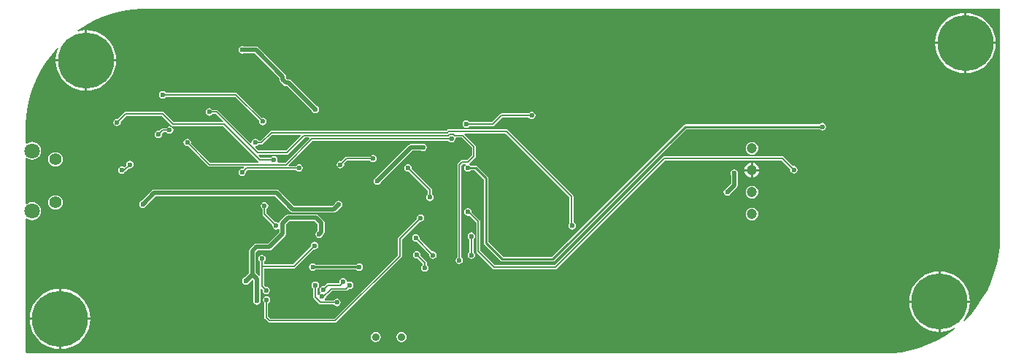
<source format=gbl>
G04*
G04 #@! TF.GenerationSoftware,Altium Limited,Altium Designer,18.1.9 (240)*
G04*
G04 Layer_Physical_Order=2*
G04 Layer_Color=16711680*
%FSLAX25Y25*%
%MOIN*%
G70*
G01*
G75*
%ADD12C,0.01181*%
%ADD14C,0.00787*%
%ADD17C,0.01000*%
%ADD66C,0.04724*%
%ADD103C,0.01968*%
%ADD104C,0.00600*%
%ADD105C,0.25591*%
%ADD106C,0.07087*%
%ADD107C,0.05543*%
%ADD108C,0.03543*%
%ADD109C,0.02362*%
G36*
X448819Y59055D02*
X448896Y56967D01*
X448723Y52791D01*
X448222Y48642D01*
X447398Y44545D01*
X446254Y40525D01*
X444799Y36607D01*
X443041Y32815D01*
X440990Y29173D01*
X438660Y25704D01*
X436066Y22427D01*
X433222Y19365D01*
X432470Y18673D01*
X432109Y19020D01*
X432455Y19425D01*
X433590Y21277D01*
X434420Y23283D01*
X434927Y25394D01*
X435058Y27059D01*
X421760D01*
Y13760D01*
X423425Y13892D01*
X425536Y14398D01*
X427542Y15229D01*
X428139Y15595D01*
X428425Y15184D01*
X426858Y13955D01*
X423378Y11641D01*
X419727Y9607D01*
X415928Y7865D01*
X412003Y6428D01*
X407978Y5302D01*
X403877Y4496D01*
X399726Y4014D01*
X397638Y3937D01*
X4412D01*
X3937Y4412D01*
Y65437D01*
X4437Y65683D01*
X4851Y65366D01*
X5834Y64958D01*
X6890Y64819D01*
X7945Y64958D01*
X8929Y65366D01*
X9774Y66014D01*
X10422Y66859D01*
X10829Y67842D01*
X10968Y68898D01*
X10829Y69953D01*
X10422Y70937D01*
X9774Y71781D01*
X8929Y72430D01*
X7945Y72837D01*
X6890Y72976D01*
X5834Y72837D01*
X4851Y72430D01*
X4437Y72112D01*
X3937Y72359D01*
Y92996D01*
X4437Y93242D01*
X4851Y92925D01*
X5834Y92518D01*
X6890Y92378D01*
X7945Y92518D01*
X8929Y92925D01*
X9774Y93573D01*
X10422Y94418D01*
X10829Y95401D01*
X10968Y96457D01*
X10829Y97512D01*
X10422Y98496D01*
X9774Y99340D01*
X8929Y99989D01*
X7945Y100396D01*
X6890Y100535D01*
X5834Y100396D01*
X4851Y99989D01*
X4437Y99671D01*
X3937Y99918D01*
Y106299D01*
Y108465D01*
X4277Y112783D01*
X4954Y117060D01*
X5965Y121272D01*
X7304Y125391D01*
X8961Y129393D01*
X10928Y133252D01*
X13191Y136945D01*
X15736Y140449D01*
X18427Y143599D01*
X18858Y143334D01*
X18335Y142071D01*
X17829Y139960D01*
X17697Y138295D01*
X30996D01*
Y151594D01*
X29331Y151463D01*
X27784Y151092D01*
X27571Y151554D01*
X28409Y152164D01*
X32103Y154427D01*
X35962Y156393D01*
X39963Y158050D01*
X44082Y159389D01*
X48294Y160400D01*
X52572Y161077D01*
X56889Y161417D01*
X448819D01*
X448819Y59055D01*
D02*
G37*
%LPC*%
G36*
X433571Y159468D02*
Y146169D01*
X446869D01*
X446738Y147834D01*
X446232Y149945D01*
X445401Y151952D01*
X444266Y153803D01*
X442856Y155454D01*
X441205Y156864D01*
X439353Y157999D01*
X437347Y158830D01*
X435236Y159337D01*
X433571Y159468D01*
D02*
G37*
G36*
X432571D02*
X430906Y159337D01*
X428795Y158830D01*
X426789Y157999D01*
X424937Y156864D01*
X423286Y155454D01*
X421876Y153803D01*
X420741Y151952D01*
X419910Y149945D01*
X419403Y147834D01*
X419272Y146169D01*
X432571D01*
Y159468D01*
D02*
G37*
G36*
X31996Y151594D02*
Y138295D01*
X45295D01*
X45164Y139960D01*
X44657Y142071D01*
X43826Y144078D01*
X42691Y145929D01*
X41281Y147580D01*
X39630Y148990D01*
X37778Y150125D01*
X35772Y150956D01*
X33661Y151463D01*
X31996Y151594D01*
D02*
G37*
G36*
X446869Y145169D02*
X433571D01*
Y131871D01*
X435236Y132002D01*
X437347Y132509D01*
X439353Y133340D01*
X441205Y134474D01*
X442856Y135884D01*
X444266Y137536D01*
X445401Y139387D01*
X446232Y141393D01*
X446738Y143505D01*
X446869Y145169D01*
D02*
G37*
G36*
X432571D02*
X419272D01*
X419403Y143505D01*
X419910Y141393D01*
X420741Y139387D01*
X421876Y137536D01*
X423286Y135884D01*
X424937Y134474D01*
X426789Y133340D01*
X428795Y132509D01*
X430906Y132002D01*
X432571Y131871D01*
Y145169D01*
D02*
G37*
G36*
X45295Y137295D02*
X31996D01*
Y123997D01*
X33661Y124128D01*
X35772Y124635D01*
X37778Y125466D01*
X39630Y126600D01*
X41281Y128010D01*
X42691Y129662D01*
X43826Y131513D01*
X44657Y133519D01*
X45164Y135631D01*
X45295Y137295D01*
D02*
G37*
G36*
X30996D02*
X17697D01*
X17829Y135631D01*
X18335Y133519D01*
X19166Y131513D01*
X20301Y129662D01*
X21711Y128010D01*
X23362Y126600D01*
X25214Y125466D01*
X27220Y124635D01*
X29331Y124128D01*
X30996Y123997D01*
Y137295D01*
D02*
G37*
G36*
X102756Y144234D02*
X102100Y144103D01*
X101544Y143732D01*
X101172Y143176D01*
X101042Y142520D01*
X101172Y141864D01*
X101544Y141308D01*
X102100Y140936D01*
X102756Y140806D01*
X103412Y140936D01*
X103517Y141006D01*
X108428D01*
X119837Y129597D01*
Y129120D01*
X119837Y129120D01*
X119952Y128541D01*
X120280Y128050D01*
X121842Y126488D01*
X121842Y126488D01*
X122333Y126160D01*
X122912Y126045D01*
X123390D01*
X134612Y114822D01*
X134637Y114698D01*
X135009Y114142D01*
X135564Y113771D01*
X136221Y113640D01*
X136876Y113771D01*
X137433Y114142D01*
X137804Y114698D01*
X137935Y115354D01*
X137804Y116010D01*
X137433Y116566D01*
X136876Y116938D01*
X136752Y116963D01*
X125087Y128628D01*
X124596Y128956D01*
X124017Y129072D01*
X124016Y129072D01*
X123539D01*
X122864Y129746D01*
Y130224D01*
X122864Y130224D01*
X122748Y130804D01*
X122421Y131295D01*
X110125Y143590D01*
X109634Y143918D01*
X109055Y144033D01*
X109055Y144033D01*
X103517D01*
X103412Y144103D01*
X102756Y144234D01*
D02*
G37*
G36*
X235039Y114313D02*
X234383Y114182D01*
X233827Y113810D01*
X233626Y113510D01*
X221260D01*
X220911Y113440D01*
X220616Y113243D01*
X216945Y109573D01*
X206531D01*
X206330Y109873D01*
X205774Y110245D01*
X205118Y110375D01*
X204462Y110245D01*
X203906Y109873D01*
X203535Y109317D01*
X203404Y108661D01*
X203535Y108005D01*
X203906Y107449D01*
X204462Y107078D01*
X205118Y106947D01*
X205774Y107078D01*
X206330Y107449D01*
X206531Y107750D01*
X217323D01*
X217671Y107820D01*
X217967Y108017D01*
X221637Y111687D01*
X233626D01*
X233827Y111386D01*
X234383Y111015D01*
X235039Y110884D01*
X235695Y111015D01*
X236251Y111386D01*
X236623Y111943D01*
X236753Y112598D01*
X236623Y113254D01*
X236251Y113810D01*
X235695Y114182D01*
X235039Y114313D01*
D02*
G37*
G36*
X87795Y115887D02*
X87139Y115757D01*
X86583Y115385D01*
X86212Y114829D01*
X86081Y114173D01*
X86212Y113517D01*
X86583Y112961D01*
X87139Y112590D01*
X87795Y112459D01*
X88451Y112590D01*
X89007Y112961D01*
X89208Y113262D01*
X90961D01*
X94151Y110073D01*
X93943Y109573D01*
X71637D01*
X67180Y114030D01*
X66884Y114228D01*
X66535Y114297D01*
X49606D01*
X49258Y114228D01*
X48962Y114030D01*
X46024Y111092D01*
X45669Y111163D01*
X45013Y111032D01*
X44457Y110661D01*
X44086Y110105D01*
X43955Y109449D01*
X44086Y108793D01*
X44457Y108237D01*
X45013Y107865D01*
X45669Y107735D01*
X46325Y107865D01*
X46881Y108237D01*
X47253Y108793D01*
X47383Y109449D01*
X47313Y109804D01*
X49984Y112475D01*
X66158D01*
X70616Y108017D01*
X70911Y107820D01*
X71260Y107750D01*
X94111D01*
X110143Y91718D01*
X110366Y91569D01*
X110351Y91267D01*
X110283Y91069D01*
X88173D01*
X79360Y99881D01*
X79431Y100236D01*
X79300Y100892D01*
X78929Y101448D01*
X78373Y101820D01*
X77716Y101950D01*
X77061Y101820D01*
X76504Y101448D01*
X76133Y100892D01*
X76003Y100236D01*
X76133Y99580D01*
X76504Y99024D01*
X77061Y98653D01*
X77716Y98522D01*
X78071Y98593D01*
X87151Y89513D01*
X87447Y89316D01*
X87795Y89246D01*
X103392D01*
X103599Y88746D01*
X103111Y88258D01*
X102756Y88328D01*
X102100Y88198D01*
X101544Y87826D01*
X101172Y87270D01*
X101042Y86614D01*
X101172Y85958D01*
X101544Y85402D01*
X102100Y85031D01*
X102756Y84900D01*
X103412Y85031D01*
X103968Y85402D01*
X104340Y85958D01*
X104470Y86614D01*
X104399Y86969D01*
X105102Y87672D01*
X127327D01*
X127528Y87371D01*
X128084Y86999D01*
X128740Y86869D01*
X129396Y86999D01*
X129952Y87371D01*
X130324Y87927D01*
X130454Y88583D01*
X130324Y89239D01*
X129952Y89795D01*
X129396Y90166D01*
X128740Y90297D01*
X128084Y90166D01*
X127528Y89795D01*
X127327Y89494D01*
X124167D01*
X123960Y89994D01*
X135023Y101057D01*
X197012D01*
X197213Y100757D01*
X197769Y100385D01*
X198425Y100254D01*
X199081Y100385D01*
X199637Y100757D01*
X200009Y101313D01*
X200139Y101969D01*
X200105Y102139D01*
X200423Y102526D01*
X203166D01*
X207750Y97941D01*
Y94472D01*
X205528Y92250D01*
X203150D01*
X202801Y92180D01*
X202505Y91983D01*
X201324Y90802D01*
X201127Y90506D01*
X201057Y90158D01*
Y47870D01*
X200756Y47669D01*
X200384Y47113D01*
X200254Y46457D01*
X200384Y45801D01*
X200756Y45245D01*
X201312Y44873D01*
X201968Y44743D01*
X202624Y44873D01*
X203180Y45245D01*
X203552Y45801D01*
X203682Y46457D01*
X203552Y47113D01*
X203180Y47669D01*
X202880Y47869D01*
Y89780D01*
X203527Y90427D01*
X204740D01*
X204892Y89927D01*
X204694Y89795D01*
X204322Y89239D01*
X204191Y88583D01*
X204322Y87927D01*
X204694Y87371D01*
X205250Y86999D01*
X205906Y86869D01*
X206561Y86999D01*
X207118Y87371D01*
X207246Y87563D01*
X209027D01*
X213154Y83436D01*
Y54331D01*
X213231Y53940D01*
X213452Y53610D01*
X220933Y46129D01*
X221263Y45908D01*
X221654Y45831D01*
X244488D01*
X244878Y45908D01*
X245209Y46129D01*
X305540Y106461D01*
X366376D01*
X366505Y106268D01*
X367061Y105897D01*
X367717Y105766D01*
X368373Y105897D01*
X368929Y106268D01*
X369300Y106824D01*
X369431Y107480D01*
X369300Y108136D01*
X368929Y108692D01*
X368373Y109064D01*
X367717Y109194D01*
X367061Y109064D01*
X366505Y108692D01*
X366376Y108500D01*
X305118D01*
X304728Y108422D01*
X304397Y108201D01*
X244066Y47870D01*
X222076D01*
X215193Y54753D01*
Y83858D01*
X215115Y84249D01*
X214894Y84579D01*
X210170Y89304D01*
X209839Y89525D01*
X209449Y89602D01*
X207246D01*
X207118Y89795D01*
X206610Y90134D01*
X206548Y90395D01*
X206532Y90682D01*
X206550Y90694D01*
X209306Y93450D01*
X209503Y93746D01*
X209573Y94095D01*
Y98319D01*
X209503Y98668D01*
X209306Y98963D01*
X204349Y103919D01*
X204557Y104420D01*
X223032D01*
X252238Y75213D01*
Y63278D01*
X251960Y62861D01*
X251829Y62205D01*
X251960Y61549D01*
X252331Y60993D01*
X252887Y60621D01*
X253543Y60491D01*
X254199Y60621D01*
X254755Y60993D01*
X255127Y61549D01*
X255257Y62205D01*
X255127Y62861D01*
X254755Y63417D01*
X254199Y63788D01*
X254061Y63816D01*
Y75590D01*
X253992Y75939D01*
X253794Y76235D01*
X224054Y105975D01*
X223758Y106173D01*
X223410Y106242D01*
X197032D01*
X196684Y106173D01*
X196388Y105975D01*
X196049Y105636D01*
X116142D01*
X115793Y105566D01*
X115497Y105369D01*
X111276Y101147D01*
X110311D01*
X110110Y101448D01*
X109554Y101820D01*
X108898Y101950D01*
X108242Y101820D01*
X107686Y101448D01*
X107314Y100892D01*
X107198Y100309D01*
X106962Y100173D01*
X106701Y100099D01*
X91983Y114818D01*
X91687Y115015D01*
X91339Y115084D01*
X89208D01*
X89007Y115385D01*
X88451Y115757D01*
X87795Y115887D01*
D02*
G37*
G36*
X66535Y123761D02*
X65879Y123631D01*
X65323Y123259D01*
X64952Y122703D01*
X64821Y122047D01*
X64952Y121391D01*
X65323Y120835D01*
X65879Y120464D01*
X66535Y120333D01*
X67191Y120464D01*
X67747Y120835D01*
X67948Y121136D01*
X99623D01*
X110561Y110197D01*
X110491Y109843D01*
X110621Y109187D01*
X110993Y108631D01*
X111549Y108259D01*
X112205Y108128D01*
X112861Y108259D01*
X113417Y108631D01*
X113788Y109187D01*
X113919Y109843D01*
X113788Y110498D01*
X113417Y111055D01*
X112861Y111426D01*
X112205Y111556D01*
X111850Y111486D01*
X100644Y122692D01*
X100349Y122889D01*
X100000Y122958D01*
X67948D01*
X67747Y123259D01*
X67191Y123631D01*
X66535Y123761D01*
D02*
G37*
G36*
X69685Y107620D02*
X69029Y107489D01*
X68473Y107117D01*
X68208Y106721D01*
X66536D01*
X66535Y106721D01*
X66223Y106659D01*
X65959Y106482D01*
X65034Y105558D01*
X64567Y105651D01*
X63911Y105521D01*
X63355Y105149D01*
X62983Y104593D01*
X62853Y103937D01*
X62983Y103281D01*
X63355Y102725D01*
X63911Y102353D01*
X64567Y102223D01*
X65223Y102353D01*
X65779Y102725D01*
X66150Y103281D01*
X66281Y103937D01*
X66188Y104404D01*
X66873Y105090D01*
X68208D01*
X68473Y104693D01*
X69029Y104322D01*
X69685Y104192D01*
X70341Y104322D01*
X70897Y104693D01*
X71269Y105250D01*
X71399Y105905D01*
X71269Y106561D01*
X70897Y107117D01*
X70341Y107489D01*
X69685Y107620D01*
D02*
G37*
G36*
X185433Y99746D02*
X184777Y99615D01*
X184672Y99545D01*
X179921D01*
X179342Y99430D01*
X178851Y99102D01*
X178851Y99102D01*
X163929Y84179D01*
X163805Y84154D01*
X163249Y83783D01*
X162877Y83227D01*
X162747Y82571D01*
X162877Y81915D01*
X163249Y81359D01*
X163805Y80987D01*
X164461Y80857D01*
X165117Y80987D01*
X165673Y81359D01*
X166044Y81915D01*
X166069Y82039D01*
X180548Y96518D01*
X184672D01*
X184777Y96448D01*
X185433Y96317D01*
X186089Y96448D01*
X186645Y96820D01*
X187017Y97376D01*
X187147Y98032D01*
X187017Y98687D01*
X186645Y99243D01*
X186089Y99615D01*
X185433Y99746D01*
D02*
G37*
G36*
X335630Y100485D02*
X334883Y100387D01*
X334187Y100099D01*
X333589Y99640D01*
X333130Y99042D01*
X332841Y98346D01*
X332743Y97598D01*
X332841Y96851D01*
X333130Y96155D01*
X333589Y95557D01*
X334187Y95098D01*
X334883Y94810D01*
X335630Y94712D01*
X336377Y94810D01*
X337073Y95098D01*
X337671Y95557D01*
X338130Y96155D01*
X338418Y96851D01*
X338517Y97598D01*
X338418Y98346D01*
X338130Y99042D01*
X337671Y99640D01*
X337073Y100099D01*
X336377Y100387D01*
X335630Y100485D01*
D02*
G37*
G36*
X162598Y94627D02*
X161943Y94497D01*
X161386Y94125D01*
X161185Y93825D01*
X150428D01*
X150080Y93755D01*
X149784Y93558D01*
X148027Y91801D01*
X147673Y91872D01*
X147017Y91741D01*
X146461Y91369D01*
X146089Y90813D01*
X145958Y90158D01*
X146089Y89502D01*
X146461Y88946D01*
X147017Y88574D01*
X147673Y88443D01*
X148328Y88574D01*
X148885Y88946D01*
X149256Y89502D01*
X149387Y90158D01*
X149316Y90512D01*
X150806Y92002D01*
X161185D01*
X161386Y91701D01*
X161943Y91330D01*
X162598Y91199D01*
X163254Y91330D01*
X163810Y91701D01*
X164182Y92257D01*
X164313Y92913D01*
X164182Y93569D01*
X163810Y94125D01*
X163254Y94497D01*
X162598Y94627D01*
D02*
G37*
G36*
X17520Y95820D02*
X16666Y95707D01*
X15870Y95377D01*
X15186Y94853D01*
X14662Y94170D01*
X14332Y93374D01*
X14220Y92520D01*
X14332Y91666D01*
X14662Y90870D01*
X15186Y90186D01*
X15870Y89662D01*
X16666Y89332D01*
X17520Y89220D01*
X18374Y89332D01*
X19170Y89662D01*
X19853Y90186D01*
X20378Y90870D01*
X20707Y91666D01*
X20820Y92520D01*
X20707Y93374D01*
X20378Y94170D01*
X19853Y94853D01*
X19170Y95377D01*
X18374Y95707D01*
X17520Y95820D01*
D02*
G37*
G36*
X51575Y91871D02*
X50919Y91741D01*
X50363Y91369D01*
X49991Y90813D01*
X49861Y90157D01*
X49954Y89690D01*
X49070Y88806D01*
X49028Y88810D01*
X48472Y89182D01*
X47816Y89312D01*
X47160Y89182D01*
X46604Y88810D01*
X46232Y88254D01*
X46102Y87598D01*
X46232Y86942D01*
X46604Y86386D01*
X47160Y86015D01*
X47816Y85884D01*
X48472Y86015D01*
X49028Y86386D01*
X49339Y86852D01*
X49593Y87022D01*
X51107Y88536D01*
X51575Y88443D01*
X52231Y88574D01*
X52787Y88945D01*
X53158Y89501D01*
X53289Y90157D01*
X53158Y90813D01*
X52787Y91369D01*
X52231Y91741D01*
X51575Y91871D01*
D02*
G37*
G36*
X336130Y90924D02*
Y88098D01*
X338955D01*
X338906Y88476D01*
X338567Y89294D01*
X338028Y89996D01*
X337326Y90535D01*
X336508Y90874D01*
X336130Y90924D01*
D02*
G37*
G36*
X335130D02*
X334752Y90874D01*
X333934Y90535D01*
X333232Y89996D01*
X332693Y89294D01*
X332354Y88476D01*
X332305Y88098D01*
X335130D01*
Y90924D01*
D02*
G37*
G36*
X349482Y93948D02*
X295523D01*
X295175Y93879D01*
X294879Y93682D01*
X245416Y44218D01*
X218209D01*
X211541Y50886D01*
Y64173D01*
X211472Y64522D01*
X211274Y64818D01*
X207614Y68477D01*
X207620Y68504D01*
X207489Y69160D01*
X207118Y69716D01*
X206561Y70087D01*
X205906Y70218D01*
X205250Y70087D01*
X204694Y69716D01*
X204322Y69160D01*
X204191Y68504D01*
X204322Y67848D01*
X204694Y67292D01*
X205250Y66920D01*
X205906Y66790D01*
X206561Y66920D01*
X206581Y66934D01*
X209719Y63796D01*
Y50509D01*
X209788Y50160D01*
X209986Y49864D01*
X217187Y42663D01*
X217483Y42465D01*
X217832Y42396D01*
X245793D01*
X246142Y42465D01*
X246437Y42663D01*
X295901Y92126D01*
X349105D01*
X353081Y88150D01*
X353010Y87795D01*
X353141Y87139D01*
X353512Y86583D01*
X354068Y86212D01*
X354724Y86081D01*
X355380Y86212D01*
X355936Y86583D01*
X356308Y87139D01*
X356438Y87795D01*
X356308Y88451D01*
X355936Y89007D01*
X355380Y89379D01*
X354724Y89509D01*
X354370Y89439D01*
X350127Y93682D01*
X349831Y93879D01*
X349482Y93948D01*
D02*
G37*
G36*
X338955Y87098D02*
X336130D01*
Y84273D01*
X336508Y84323D01*
X337326Y84662D01*
X338028Y85201D01*
X338567Y85903D01*
X338906Y86721D01*
X338955Y87098D01*
D02*
G37*
G36*
X335130D02*
X332305D01*
X332354Y86721D01*
X332693Y85903D01*
X333232Y85201D01*
X333934Y84662D01*
X334752Y84323D01*
X335130Y84273D01*
Y87098D01*
D02*
G37*
G36*
X327559Y87934D02*
X326903Y87804D01*
X326347Y87432D01*
X325975Y86876D01*
X325845Y86221D01*
X325975Y85565D01*
X326046Y85459D01*
Y81336D01*
X323878Y79167D01*
X323753Y79143D01*
X323197Y78771D01*
X322826Y78215D01*
X322695Y77559D01*
X322826Y76903D01*
X323197Y76347D01*
X323753Y75976D01*
X324409Y75845D01*
X325065Y75976D01*
X325621Y76347D01*
X325993Y76903D01*
X326018Y77027D01*
X328629Y79639D01*
X328629Y79639D01*
X328957Y80129D01*
X329072Y80709D01*
X329072Y80709D01*
Y85459D01*
X329143Y85565D01*
X329273Y86221D01*
X329143Y86876D01*
X328771Y87432D01*
X328215Y87804D01*
X327559Y87934D01*
D02*
G37*
G36*
X335630Y80485D02*
X334883Y80387D01*
X334187Y80099D01*
X333589Y79640D01*
X333130Y79042D01*
X332841Y78346D01*
X332743Y77598D01*
X332841Y76851D01*
X333130Y76155D01*
X333589Y75557D01*
X334187Y75098D01*
X334883Y74810D01*
X335630Y74712D01*
X336377Y74810D01*
X337073Y75098D01*
X337671Y75557D01*
X338130Y76155D01*
X338418Y76851D01*
X338517Y77598D01*
X338418Y78346D01*
X338130Y79042D01*
X337671Y79640D01*
X337073Y80099D01*
X336377Y80387D01*
X335630Y80485D01*
D02*
G37*
G36*
X178543Y90297D02*
X177887Y90166D01*
X177331Y89795D01*
X176960Y89239D01*
X176829Y88583D01*
X176960Y87927D01*
X177331Y87371D01*
X177887Y86999D01*
X178543Y86869D01*
X178898Y86939D01*
X187671Y78166D01*
Y76610D01*
X187371Y76409D01*
X186999Y75853D01*
X186869Y75197D01*
X186999Y74541D01*
X187371Y73985D01*
X187927Y73613D01*
X188583Y73483D01*
X189239Y73613D01*
X189795Y73985D01*
X190166Y74541D01*
X190297Y75197D01*
X190166Y75853D01*
X189795Y76409D01*
X189494Y76610D01*
Y78543D01*
X189425Y78892D01*
X189227Y79188D01*
X180187Y88228D01*
X180257Y88583D01*
X180127Y89239D01*
X179755Y89795D01*
X179199Y90166D01*
X178543Y90297D01*
D02*
G37*
G36*
X17520Y76135D02*
X16666Y76022D01*
X15870Y75692D01*
X15186Y75168D01*
X14662Y74485D01*
X14332Y73689D01*
X14220Y72835D01*
X14332Y71981D01*
X14662Y71185D01*
X15186Y70501D01*
X15870Y69977D01*
X16666Y69647D01*
X17520Y69535D01*
X18374Y69647D01*
X19170Y69977D01*
X19853Y70501D01*
X20378Y71185D01*
X20707Y71981D01*
X20820Y72835D01*
X20707Y73689D01*
X20378Y74485D01*
X19853Y75168D01*
X19170Y75692D01*
X18374Y76022D01*
X17520Y76135D01*
D02*
G37*
G36*
X118504Y78679D02*
X118504Y78679D01*
X62598D01*
X62019Y78563D01*
X61528Y78235D01*
X61528Y78235D01*
X56948Y73655D01*
X56824Y73631D01*
X56268Y73259D01*
X55897Y72703D01*
X55766Y72047D01*
X55897Y71391D01*
X56268Y70835D01*
X56824Y70464D01*
X57480Y70333D01*
X58136Y70464D01*
X58692Y70835D01*
X59064Y71391D01*
X59088Y71515D01*
X63225Y75652D01*
X117877D01*
X124914Y68615D01*
X124914Y68615D01*
X125405Y68287D01*
X125984Y68172D01*
X125984Y68172D01*
X144704D01*
X144704Y68172D01*
X145283Y68287D01*
X145774Y68615D01*
X147382Y70223D01*
X147506Y70248D01*
X148062Y70619D01*
X148434Y71175D01*
X148564Y71831D01*
X148434Y72487D01*
X148062Y73043D01*
X147506Y73415D01*
X146850Y73545D01*
X146195Y73415D01*
X145638Y73043D01*
X145267Y72487D01*
X145242Y72363D01*
X144077Y71198D01*
X126611D01*
X119574Y78235D01*
X119083Y78563D01*
X118987Y78583D01*
X118504Y78679D01*
D02*
G37*
G36*
X335630Y70485D02*
X334883Y70387D01*
X334187Y70099D01*
X333589Y69640D01*
X333130Y69042D01*
X332841Y68346D01*
X332743Y67598D01*
X332841Y66851D01*
X333130Y66155D01*
X333589Y65557D01*
X334187Y65098D01*
X334883Y64810D01*
X335630Y64711D01*
X336377Y64810D01*
X337073Y65098D01*
X337671Y65557D01*
X338130Y66155D01*
X338418Y66851D01*
X338517Y67598D01*
X338418Y68346D01*
X338130Y69042D01*
X337671Y69640D01*
X337073Y70099D01*
X336377Y70387D01*
X335630Y70485D01*
D02*
G37*
G36*
X184252Y67462D02*
X183596Y67332D01*
X183040Y66960D01*
X182668Y66404D01*
X182538Y65748D01*
X182608Y65393D01*
X174159Y56944D01*
X173961Y56648D01*
X173892Y56299D01*
Y48803D01*
X144898Y19809D01*
X115732D01*
X114691Y20850D01*
Y26812D01*
X115173Y27134D01*
X115544Y27691D01*
X115675Y28346D01*
X115544Y29002D01*
X115173Y29559D01*
X114617Y29930D01*
X113961Y30060D01*
X113305Y29930D01*
X112749Y29559D01*
X112377Y29002D01*
X112247Y28346D01*
X112377Y27691D01*
X112749Y27134D01*
X112868Y27055D01*
Y20472D01*
X112938Y20124D01*
X113135Y19828D01*
X114710Y18253D01*
X115006Y18056D01*
X115354Y17986D01*
X145276D01*
X145624Y18056D01*
X145920Y18253D01*
X175447Y47781D01*
X175645Y48077D01*
X175714Y48425D01*
Y55922D01*
X183897Y64105D01*
X184252Y64034D01*
X184908Y64165D01*
X185464Y64536D01*
X185836Y65092D01*
X185966Y65748D01*
X185836Y66404D01*
X185464Y66960D01*
X184908Y67332D01*
X184252Y67462D01*
D02*
G37*
G36*
X112992Y72974D02*
X112336Y72843D01*
X111780Y72472D01*
X111409Y71916D01*
X111278Y71260D01*
X111409Y70604D01*
X111780Y70048D01*
X112081Y69847D01*
Y67520D01*
X112150Y67171D01*
X112348Y66875D01*
X116664Y62559D01*
X116593Y62205D01*
X116724Y61549D01*
X117095Y60993D01*
X117651Y60621D01*
X118307Y60491D01*
X118963Y60621D01*
X119337Y60871D01*
X119837Y60637D01*
Y59379D01*
X114531Y54072D01*
X109252D01*
X109252Y54072D01*
X108673Y53957D01*
X108182Y53629D01*
X106410Y51858D01*
X106082Y51367D01*
X105967Y50787D01*
X105967Y50787D01*
Y40587D01*
X103996Y38616D01*
X103872Y38591D01*
X103316Y38220D01*
X102944Y37664D01*
X102813Y37008D01*
X102944Y36352D01*
X103316Y35796D01*
X103872Y35424D01*
X104528Y35294D01*
X105183Y35424D01*
X105740Y35796D01*
X106111Y36352D01*
X106136Y36476D01*
X107480Y37820D01*
X108034Y37267D01*
Y28615D01*
X107964Y28510D01*
X107833Y27854D01*
X107964Y27198D01*
X108335Y26642D01*
X108891Y26271D01*
X109547Y26140D01*
X110203Y26271D01*
X110759Y26642D01*
X111131Y27198D01*
X111261Y27854D01*
X111131Y28510D01*
X111061Y28615D01*
Y33400D01*
X111561Y33608D01*
X112136Y33032D01*
X112065Y32677D01*
X112196Y32021D01*
X112567Y31465D01*
X113124Y31094D01*
X113779Y30963D01*
X114436Y31094D01*
X114991Y31465D01*
X115363Y32021D01*
X115494Y32677D01*
X115363Y33333D01*
X114991Y33889D01*
X114436Y34261D01*
X113779Y34391D01*
X113425Y34321D01*
X112722Y35023D01*
Y42790D01*
X126378D01*
X126727Y42859D01*
X127022Y43056D01*
X135472Y51506D01*
X135827Y51436D01*
X136483Y51566D01*
X137039Y51938D01*
X137410Y52494D01*
X137541Y53150D01*
X137410Y53806D01*
X137039Y54362D01*
X136483Y54733D01*
X135827Y54864D01*
X135171Y54733D01*
X134615Y54362D01*
X134243Y53806D01*
X134113Y53150D01*
X134183Y52795D01*
X126000Y44612D01*
X112722D01*
Y45831D01*
X113023Y46032D01*
X113395Y46588D01*
X113525Y47244D01*
X113395Y47900D01*
X113023Y48456D01*
X112467Y48828D01*
X111811Y48958D01*
X111155Y48828D01*
X110599Y48456D01*
X110228Y47900D01*
X110097Y47244D01*
X110228Y46588D01*
X110599Y46032D01*
X110900Y45831D01*
Y43701D01*
Y39388D01*
X110400Y39181D01*
X108994Y40587D01*
Y50160D01*
X109879Y51046D01*
X115157D01*
X115157Y51046D01*
X115737Y51161D01*
X116228Y51489D01*
X122421Y57682D01*
X122421Y57682D01*
X122749Y58173D01*
X122864Y58752D01*
X122864Y58752D01*
Y62849D01*
X124446Y64432D01*
X135987D01*
X137365Y63054D01*
Y59955D01*
X137336Y59950D01*
X136780Y59578D01*
X136409Y59022D01*
X136278Y58366D01*
X136409Y57710D01*
X136780Y57154D01*
X137336Y56783D01*
X137992Y56652D01*
X138648Y56783D01*
X139204Y57154D01*
X139576Y57710D01*
X139600Y57834D01*
X139948Y58182D01*
X139948Y58182D01*
X140276Y58673D01*
X140391Y59252D01*
X140391Y59252D01*
Y63681D01*
X140276Y64260D01*
X139948Y64751D01*
X139948Y64751D01*
X137684Y67015D01*
X137193Y67343D01*
X136614Y67458D01*
X136614Y67458D01*
X123819D01*
X123240Y67343D01*
X122749Y67015D01*
X122749Y67015D01*
X120280Y64547D01*
X119952Y64056D01*
X119887Y63727D01*
X119846Y63692D01*
X119356Y63525D01*
X118963Y63788D01*
X118307Y63919D01*
X117952Y63848D01*
X113903Y67897D01*
Y69847D01*
X114204Y70048D01*
X114576Y70604D01*
X114706Y71260D01*
X114576Y71916D01*
X114204Y72472D01*
X113648Y72843D01*
X112992Y72974D01*
D02*
G37*
G36*
X207480Y59194D02*
X206824Y59064D01*
X206268Y58692D01*
X205897Y58136D01*
X205766Y57480D01*
X205897Y56824D01*
X206268Y56268D01*
X206569Y56067D01*
Y50232D01*
X206268Y50031D01*
X205897Y49475D01*
X205766Y48819D01*
X205897Y48163D01*
X206268Y47607D01*
X206824Y47235D01*
X207480Y47105D01*
X208136Y47235D01*
X208692Y47607D01*
X209064Y48163D01*
X209194Y48819D01*
X209064Y49475D01*
X208692Y50031D01*
X208391Y50232D01*
Y56067D01*
X208692Y56268D01*
X209064Y56824D01*
X209194Y57480D01*
X209064Y58136D01*
X208692Y58692D01*
X208136Y59064D01*
X207480Y59194D01*
D02*
G37*
G36*
X182087Y58407D02*
X181431Y58276D01*
X180875Y57905D01*
X180503Y57349D01*
X180373Y56693D01*
X180503Y56037D01*
X180875Y55481D01*
X181431Y55109D01*
X182087Y54979D01*
X182441Y55050D01*
X188317Y49174D01*
X188247Y48819D01*
X188377Y48163D01*
X188749Y47607D01*
X189305Y47235D01*
X189961Y47105D01*
X190617Y47235D01*
X191173Y47607D01*
X191544Y48163D01*
X191675Y48819D01*
X191544Y49475D01*
X191173Y50031D01*
X190617Y50402D01*
X189961Y50533D01*
X189606Y50462D01*
X183730Y56338D01*
X183801Y56693D01*
X183670Y57349D01*
X183299Y57905D01*
X182743Y58276D01*
X182087Y58407D01*
D02*
G37*
G36*
X156299Y45021D02*
X155643Y44891D01*
X155087Y44519D01*
X155020Y44419D01*
X136318D01*
X136251Y44519D01*
X135695Y44891D01*
X135039Y45021D01*
X134383Y44891D01*
X133827Y44519D01*
X133456Y43963D01*
X133325Y43307D01*
X133456Y42651D01*
X133827Y42095D01*
X134383Y41723D01*
X135039Y41593D01*
X135695Y41723D01*
X136251Y42095D01*
X136318Y42195D01*
X155020D01*
X155087Y42095D01*
X155643Y41723D01*
X156299Y41593D01*
X156955Y41723D01*
X157511Y42095D01*
X157883Y42651D01*
X158013Y43307D01*
X157883Y43963D01*
X157511Y44519D01*
X156955Y44891D01*
X156299Y45021D01*
D02*
G37*
G36*
X182480Y50639D02*
X181824Y50509D01*
X181268Y50137D01*
X180897Y49581D01*
X180766Y48925D01*
X180897Y48269D01*
X181268Y47713D01*
X181824Y47342D01*
X182480Y47211D01*
X182835Y47282D01*
X185309Y44808D01*
Y44326D01*
X185009Y44125D01*
X184637Y43569D01*
X184506Y42913D01*
X184637Y42257D01*
X185009Y41701D01*
X185564Y41330D01*
X186221Y41199D01*
X186876Y41330D01*
X187433Y41701D01*
X187804Y42257D01*
X187935Y42913D01*
X187804Y43569D01*
X187433Y44125D01*
X187132Y44326D01*
Y45185D01*
X187062Y45534D01*
X186865Y45829D01*
X184124Y48570D01*
X184194Y48925D01*
X184064Y49581D01*
X183692Y50137D01*
X183136Y50509D01*
X182480Y50639D01*
D02*
G37*
G36*
X148819Y38328D02*
X148163Y38198D01*
X147607Y37826D01*
X147235Y37270D01*
X147105Y36614D01*
X147137Y36451D01*
X146727Y35951D01*
X141876D01*
X141527Y35881D01*
X141232Y35684D01*
X140119Y34571D01*
X139764Y34641D01*
X139108Y34511D01*
X138552Y34139D01*
X138180Y33583D01*
X138050Y32927D01*
X138180Y32271D01*
X138552Y31715D01*
X138340Y31255D01*
X138158Y31133D01*
X137786Y30577D01*
X137778Y30535D01*
X137221Y30296D01*
X137135Y30351D01*
X137131Y30362D01*
Y33627D01*
X137432Y33828D01*
X137804Y34384D01*
X137934Y35040D01*
X137804Y35696D01*
X137432Y36252D01*
X136876Y36623D01*
X136220Y36754D01*
X135564Y36623D01*
X135008Y36252D01*
X134637Y35696D01*
X134506Y35040D01*
X134637Y34384D01*
X135008Y33828D01*
X135309Y33627D01*
Y29528D01*
X135378Y29179D01*
X135576Y28883D01*
X137938Y26521D01*
X138234Y26324D01*
X138583Y26254D01*
X144650D01*
X144851Y25953D01*
X145407Y25582D01*
X146063Y25451D01*
X146719Y25582D01*
X147275Y25953D01*
X147646Y26509D01*
X147777Y27165D01*
X147646Y27821D01*
X147275Y28377D01*
X146719Y28749D01*
X146063Y28879D01*
X145407Y28749D01*
X144851Y28377D01*
X144650Y28077D01*
X140535D01*
X140384Y28577D01*
X140582Y28709D01*
X140954Y29265D01*
X141048Y29738D01*
X143863Y32553D01*
X150111D01*
X150460Y32623D01*
X150755Y32820D01*
X151378Y33443D01*
X151969Y33325D01*
X152624Y33456D01*
X153181Y33827D01*
X153552Y34383D01*
X153682Y35039D01*
X153552Y35695D01*
X153181Y36251D01*
X152624Y36623D01*
X151969Y36753D01*
X151313Y36623D01*
X151003Y36416D01*
X150781Y36510D01*
X150517Y36693D01*
X150402Y37270D01*
X150031Y37826D01*
X149475Y38198D01*
X148819Y38328D01*
D02*
G37*
G36*
X421760Y41358D02*
Y28059D01*
X435058D01*
X434927Y29724D01*
X434420Y31835D01*
X433590Y33841D01*
X432455Y35693D01*
X431045Y37344D01*
X429394Y38754D01*
X427542Y39889D01*
X425536Y40720D01*
X423425Y41227D01*
X421760Y41358D01*
D02*
G37*
G36*
X420760D02*
X419095Y41227D01*
X416984Y40720D01*
X414978Y39889D01*
X413126Y38754D01*
X411475Y37344D01*
X410065Y35693D01*
X408930Y33841D01*
X408099Y31835D01*
X407592Y29724D01*
X407461Y28059D01*
X420760D01*
Y41358D01*
D02*
G37*
G36*
X20185Y33484D02*
Y20185D01*
X33484D01*
X33353Y21850D01*
X32846Y23961D01*
X32015Y25967D01*
X30880Y27819D01*
X29470Y29470D01*
X27819Y30880D01*
X25967Y32015D01*
X23961Y32846D01*
X21850Y33353D01*
X20185Y33484D01*
D02*
G37*
G36*
X19185D02*
X17520Y33353D01*
X15409Y32846D01*
X13403Y32015D01*
X11551Y30880D01*
X9900Y29470D01*
X8490Y27819D01*
X7355Y25967D01*
X6524Y23961D01*
X6018Y21850D01*
X5886Y20185D01*
X19185D01*
Y33484D01*
D02*
G37*
G36*
X420760Y27059D02*
X407461D01*
X407592Y25394D01*
X408099Y23283D01*
X408930Y21277D01*
X410065Y19425D01*
X411475Y17774D01*
X413126Y16364D01*
X414978Y15229D01*
X416984Y14398D01*
X419095Y13892D01*
X420760Y13760D01*
Y27059D01*
D02*
G37*
G36*
X175591Y13734D02*
X174704Y13557D01*
X173953Y13055D01*
X173451Y12304D01*
X173274Y11417D01*
X173451Y10531D01*
X173953Y9780D01*
X174704Y9278D01*
X175591Y9101D01*
X176477Y9278D01*
X177228Y9780D01*
X177730Y10531D01*
X177907Y11417D01*
X177730Y12304D01*
X177228Y13055D01*
X176477Y13557D01*
X175591Y13734D01*
D02*
G37*
G36*
X163779D02*
X162893Y13557D01*
X162142Y13055D01*
X161640Y12304D01*
X161463Y11417D01*
X161640Y10531D01*
X162142Y9780D01*
X162893Y9278D01*
X163779Y9101D01*
X164666Y9278D01*
X165417Y9780D01*
X165919Y10531D01*
X166096Y11417D01*
X165919Y12304D01*
X165417Y13055D01*
X164666Y13557D01*
X163779Y13734D01*
D02*
G37*
G36*
X33484Y19185D02*
X20185D01*
Y5886D01*
X21850Y6018D01*
X23961Y6524D01*
X25967Y7355D01*
X27819Y8490D01*
X29470Y9900D01*
X30880Y11551D01*
X32015Y13403D01*
X32846Y15409D01*
X33353Y17520D01*
X33484Y19185D01*
D02*
G37*
G36*
X19185D02*
X5886D01*
X6018Y17520D01*
X6524Y15409D01*
X7355Y13403D01*
X8490Y11551D01*
X9900Y9900D01*
X11551Y8490D01*
X13403Y7355D01*
X15409Y6524D01*
X17520Y6018D01*
X19185Y5886D01*
Y19185D01*
D02*
G37*
%LPD*%
G36*
X129622Y103351D02*
X122851Y96580D01*
X110220D01*
X108761Y98040D01*
X108835Y98301D01*
X108971Y98537D01*
X109554Y98653D01*
X110110Y99024D01*
X110311Y99325D01*
X111654D01*
X112002Y99394D01*
X112298Y99592D01*
X116519Y103813D01*
X129430D01*
X129622Y103351D01*
D02*
G37*
G36*
X133452Y102064D02*
X122457Y91069D01*
X119082D01*
X118815Y91569D01*
X118906Y91706D01*
X119037Y92362D01*
X118906Y93018D01*
X118535Y93574D01*
X117979Y93946D01*
X117323Y94076D01*
X116667Y93946D01*
X116111Y93574D01*
X115910Y93273D01*
X111165D01*
X110180Y94258D01*
X110387Y94758D01*
X123228D01*
X123577Y94827D01*
X123873Y95025D01*
X131374Y102526D01*
X133261D01*
X133452Y102064D01*
D02*
G37*
D12*
X135039Y43307D02*
X156299D01*
D14*
X141876Y35039D02*
X147638D01*
X148819Y36220D01*
X143485Y33465D02*
X150111D01*
X139370Y29349D02*
X143485Y33465D01*
X150111D02*
X151686Y35039D01*
X139764Y32927D02*
X141876Y35039D01*
X178543Y88583D02*
X188583Y78543D01*
Y75197D02*
Y78543D01*
X349482Y93037D02*
X354724Y87795D01*
X295523Y93037D02*
X349482D01*
X245793Y43307D02*
X295523Y93037D01*
X217832Y43307D02*
X245793D01*
X210630Y50509D02*
X217832Y43307D01*
X210630Y50509D02*
Y64173D01*
X201968Y46457D02*
X201969Y46457D01*
Y90158D01*
X203150Y91339D01*
X205906D01*
X208661Y94095D01*
Y98319D01*
X203543Y103437D02*
X208661Y98319D01*
X199891Y103437D02*
X203543D01*
X199285Y104043D02*
X199891Y103437D01*
X197566Y104043D02*
X199285D01*
X196959Y103437D02*
X197566Y104043D01*
X130996Y103437D02*
X196959D01*
X123228Y95669D02*
X130996Y103437D01*
X223410Y105331D02*
X253150Y75590D01*
X197032Y105331D02*
X223410D01*
X116142Y104724D02*
X196426D01*
X197032Y105331D01*
X109843Y95669D02*
X123228D01*
X91339Y114173D02*
X109843Y95669D01*
X87795Y114173D02*
X91339D01*
X87795Y90158D02*
X122835D01*
X104724Y88583D02*
X128740D01*
X205906Y68504D02*
X206299D01*
X210630Y64173D01*
X205118Y108661D02*
X217323D01*
X221260Y112598D01*
X235039D01*
X111654Y100236D02*
X116142Y104724D01*
X108898Y100236D02*
X111654D01*
X134646Y101969D02*
X198425D01*
X122835Y90158D02*
X134646Y101969D01*
X77716Y100236D02*
X87795Y90158D01*
X150428Y92913D02*
X162598D01*
X147673Y90158D02*
X150428Y92913D01*
X45669Y109449D02*
X49606Y113386D01*
X66535D01*
X71260Y108661D01*
X94488D01*
X110787Y92362D01*
X117323D01*
X253150Y62598D02*
X253543Y62205D01*
X253150Y62598D02*
Y75590D01*
X100000Y122047D02*
X112205Y109843D01*
X66535Y122047D02*
X100000D01*
X138583Y27165D02*
X146063D01*
X136220Y29528D02*
X138583Y27165D01*
X139370Y29349D02*
Y29921D01*
X136220Y29528D02*
Y35040D01*
X148819Y36220D02*
Y36614D01*
X151686Y35039D02*
X151969D01*
X174803Y56299D02*
X184252Y65748D01*
X174803Y48425D02*
Y56299D01*
X145276Y18898D02*
X174803Y48425D01*
X115354Y18898D02*
X145276D01*
X113779Y20472D02*
X115354Y18898D01*
X113779Y20472D02*
Y28165D01*
X113961Y28346D01*
X102756Y86614D02*
X104724Y88583D01*
X112992Y67520D02*
Y71260D01*
Y67520D02*
X118307Y62205D01*
X111811Y43701D02*
Y47244D01*
Y34646D02*
Y43701D01*
X126378D01*
X135827Y53150D01*
X182087Y56693D02*
X189961Y48819D01*
X207480D02*
Y57480D01*
X186221Y42913D02*
Y45185D01*
X182480Y48925D02*
X186221Y45185D01*
X111811Y34646D02*
X113779Y32677D01*
D17*
X205906Y88583D02*
X209449D01*
X214173Y83858D01*
Y54331D02*
Y83858D01*
Y54331D02*
X221654Y46850D01*
X244488D01*
X305118Y107480D01*
X367717D01*
D66*
X335630Y97598D02*
D03*
Y87598D02*
D03*
Y77598D02*
D03*
Y67598D02*
D03*
D103*
X107480Y39961D02*
X109547Y37894D01*
Y27854D02*
Y37894D01*
X137992Y58366D02*
X138878Y59252D01*
Y63681D01*
X136614Y65945D02*
X138878Y63681D01*
X123819Y65945D02*
X136614D01*
X121350Y63476D02*
X123819Y65945D01*
X121350Y58752D02*
Y63476D01*
X115157Y52559D02*
X121350Y58752D01*
X109252Y52559D02*
X115157D01*
X107480Y50787D02*
X109252Y52559D01*
X107480Y39961D02*
Y50787D01*
X104528Y37008D02*
X107480Y39961D01*
X102756Y142520D02*
X109055D01*
X121350Y130224D01*
Y129120D02*
Y130224D01*
Y129120D02*
X122912Y127558D01*
X124017D01*
X136221Y115354D01*
X179921Y98032D02*
X185433D01*
X164461Y82571D02*
X179921Y98032D01*
X57480Y72047D02*
X62598Y77165D01*
X118504D01*
X125984Y69685D01*
X144704D01*
X146850Y71831D01*
X327559Y80709D02*
Y86221D01*
X324409Y77559D02*
X327559Y80709D01*
D104*
X66535Y105905D02*
X69685D01*
X64567Y103937D02*
X66535Y105905D01*
X51575Y90157D02*
X51575Y90157D01*
X51575Y90157D02*
X51575D01*
X49016Y87598D02*
X51575Y90157D01*
X47816Y87598D02*
X49016D01*
D105*
X421260Y27559D02*
D03*
X433071Y145669D02*
D03*
X31496Y137795D02*
D03*
X19685Y19685D02*
D03*
D106*
X6890Y68898D02*
D03*
Y96457D02*
D03*
D107*
X17520Y72835D02*
D03*
Y92520D02*
D03*
D108*
X163779Y11417D02*
D03*
X175591D02*
D03*
D109*
X162402Y28740D02*
D03*
X178543Y22638D02*
D03*
X297244Y43740D02*
D03*
X289567Y20669D02*
D03*
X96949Y71358D02*
D03*
X155315Y17717D02*
D03*
X146653Y38976D02*
D03*
X109547Y27854D02*
D03*
X137992Y58366D02*
D03*
X104528Y37008D02*
D03*
X110236Y123228D02*
D03*
X137795Y124817D02*
D03*
X203543D02*
D03*
X175591Y123577D02*
D03*
X12992Y56890D02*
D03*
X48228Y59842D02*
D03*
X72244Y56693D02*
D03*
X96850Y66142D02*
D03*
Y55315D02*
D03*
X124803Y38740D02*
D03*
X44882Y18307D02*
D03*
X188583Y75197D02*
D03*
X178543Y88583D02*
D03*
X372047Y114961D02*
D03*
X102756Y142520D02*
D03*
X136221Y115354D02*
D03*
X22047Y77165D02*
D03*
X201968Y46457D02*
D03*
X87795Y114173D02*
D03*
X129528Y111024D02*
D03*
X183661Y107087D02*
D03*
X238583Y52756D02*
D03*
Y63740D02*
D03*
X227953Y52756D02*
D03*
Y63779D02*
D03*
X249213Y87795D02*
D03*
X242835Y140945D02*
D03*
X279724Y51575D02*
D03*
X205906Y88583D02*
D03*
X367717Y107480D02*
D03*
X205906Y68504D02*
D03*
X354724Y87795D02*
D03*
X205118Y108661D02*
D03*
X235039Y112598D02*
D03*
X185433Y98032D02*
D03*
X164461Y82571D02*
D03*
X198425Y101969D02*
D03*
X77716Y100236D02*
D03*
X57480Y72047D02*
D03*
X146850Y71831D02*
D03*
X162598Y92913D02*
D03*
X147673Y90158D02*
D03*
X45669Y109449D02*
D03*
X117323Y92362D02*
D03*
X253543Y62205D02*
D03*
X108898Y100236D02*
D03*
X112205Y109843D02*
D03*
X66535Y122047D02*
D03*
X146063Y27165D02*
D03*
X139370Y29921D02*
D03*
X139764Y32927D02*
D03*
X136220Y35040D02*
D03*
X148819Y36614D02*
D03*
X151969Y35039D02*
D03*
X184252Y65748D02*
D03*
X113961Y28346D02*
D03*
X128740Y88583D02*
D03*
X102756Y86614D02*
D03*
X112992Y71260D02*
D03*
X118307Y62205D02*
D03*
X135827Y53150D02*
D03*
X189961Y48819D02*
D03*
X182087Y56693D02*
D03*
X156299Y43307D02*
D03*
X135039D02*
D03*
X207480Y57480D02*
D03*
Y48819D02*
D03*
X182480Y48925D02*
D03*
X186221Y42913D02*
D03*
X327559Y86221D02*
D03*
X324409Y77559D02*
D03*
X111811Y47244D02*
D03*
X113779Y32677D02*
D03*
X69685Y105905D02*
D03*
X64567Y103937D02*
D03*
X51575Y90157D02*
D03*
X47816Y87598D02*
D03*
X68071Y87205D02*
D03*
X61181D02*
D03*
X68071Y94095D02*
D03*
X61181D02*
D03*
X125787Y58858D02*
D03*
X127756Y56890D02*
D03*
M02*

</source>
